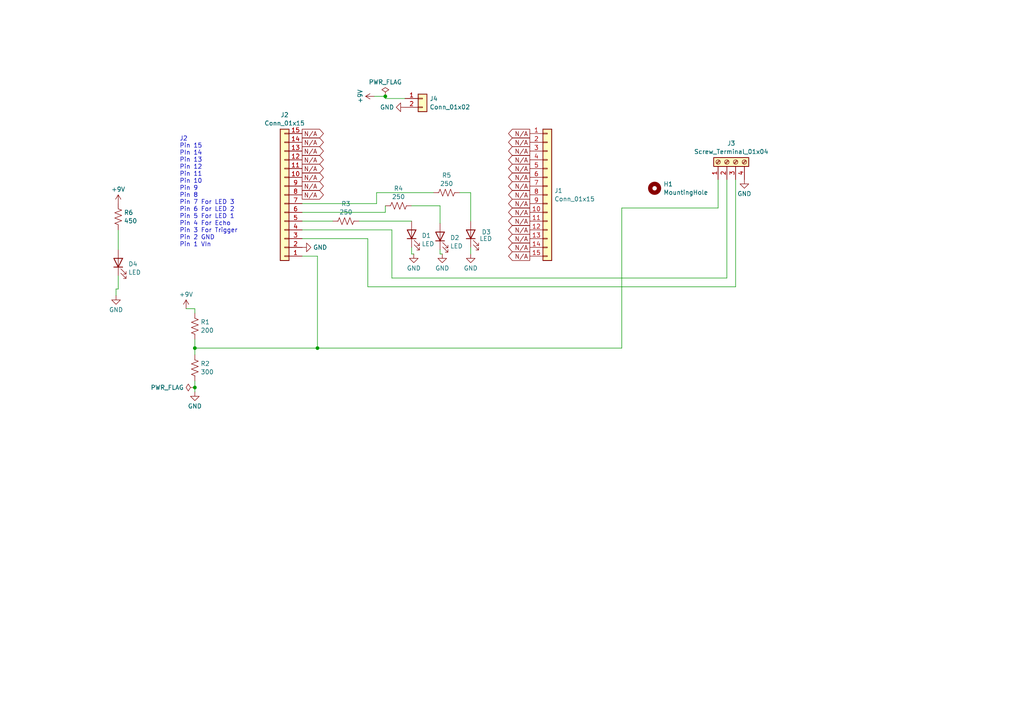
<source format=kicad_sch>
(kicad_sch (version 20230121) (generator eeschema)
  (paper "A4")
  (lib_symbols
    (symbol "Connector:Screw_Terminal_01x04" (pin_names (offset 1.016) hide)
      (property "Reference" "J" (at 0 5.08 0))
      (property "Value" "Screw_Terminal_01x04" (at 0 -7.62 0))
      (symbol "Screw_Terminal_01x04_1_1"
        (rectangle (start -1.27 3.81) (end 1.27 -6.35) (stroke (width 0.254)) (fill (type background)))
        (circle (center 0 -5.08) (radius 0.635) (stroke (width 0.1524)))
        (circle (center 0 -2.54) (radius 0.635) (stroke (width 0.1524)))
        (polyline (pts (xy -0.5334 -4.7498) (xy 0.3302 -5.588)) (stroke (width 0.1524)))
        (polyline (pts (xy -0.5334 -2.2098) (xy 0.3302 -3.048)) (stroke (width 0.1524)))
        (polyline (pts (xy -0.5334 0.3302) (xy 0.3302 -0.508)) (stroke (width 0.1524)))
        (polyline (pts (xy -0.5334 2.8702) (xy 0.3302 2.032)) (stroke (width 0.1524)))
        (polyline (pts (xy -0.3556 -4.572) (xy 0.508 -5.4102)) (stroke (width 0.1524)))
        (polyline (pts (xy -0.3556 -2.032) (xy 0.508 -2.8702)) (stroke (width 0.1524)))
        (polyline (pts (xy -0.3556 0.508) (xy 0.508 -0.3302)) (stroke (width 0.1524)))
        (polyline (pts (xy -0.3556 3.048) (xy 0.508 2.2098)) (stroke (width 0.1524)))
        (circle (center 0 0) (radius 0.635) (stroke (width 0.1524)))
        (circle (center 0 2.54) (radius 0.635) (stroke (width 0.1524)))
        (pin passive line (at -5.08 2.54 0) (length 3.81) (name "Pin_1") (number "1"))
        (pin passive line (at -5.08 0 0) (length 3.81) (name "Pin_2") (number "2"))
        (pin passive line (at -5.08 -2.54 0) (length 3.81) (name "Pin_3") (number "3"))
        (pin passive line (at -5.08 -5.08 0) (length 3.81) (name "Pin_4") (number "4"))
      )
    )
    (symbol "Connector_Generic:Conn_01x02" (pin_names (offset 1.016) hide)
      (property "Reference" "J" (at 0 2.54 0))
      (property "Value" "Conn_01x02" (at 0 -5.08 0))
      (symbol "Conn_01x02_1_1"
        (rectangle (start -1.27 -2.413) (end 0 -2.667) (stroke (width 0.1524)))
        (rectangle (start -1.27 0.127) (end 0 -0.127) (stroke (width 0.1524)))
        (rectangle (start -1.27 1.27) (end 1.27 -3.81) (stroke (width 0.254)) (fill (type background)))
        (pin passive line (at -5.08 0 0) (length 3.81) (name "Pin_1") (number "1"))
        (pin passive line (at -5.08 -2.54 0) (length 3.81) (name "Pin_2") (number "2"))
      )
    )
    (symbol "Connector_Generic:Conn_01x15" (pin_names (offset 1.016) hide)
      (property "Reference" "J" (at 0 20.32 0))
      (property "Value" "Conn_01x15" (at 0 -20.32 0))
      (symbol "Conn_01x15_1_1"
        (rectangle (start -1.27 -17.653) (end 0 -17.907) (stroke (width 0.1524)))
        (rectangle (start -1.27 -15.113) (end 0 -15.367) (stroke (width 0.1524)))
        (rectangle (start -1.27 -12.573) (end 0 -12.827) (stroke (width 0.1524)))
        (rectangle (start -1.27 -10.033) (end 0 -10.287) (stroke (width 0.1524)))
        (rectangle (start -1.27 -7.493) (end 0 -7.747) (stroke (width 0.1524)))
        (rectangle (start -1.27 -4.953) (end 0 -5.207) (stroke (width 0.1524)))
        (rectangle (start -1.27 -2.413) (end 0 -2.667) (stroke (width 0.1524)))
        (rectangle (start -1.27 0.127) (end 0 -0.127) (stroke (width 0.1524)))
        (rectangle (start -1.27 2.667) (end 0 2.413) (stroke (width 0.1524)))
        (rectangle (start -1.27 5.207) (end 0 4.953) (stroke (width 0.1524)))
        (rectangle (start -1.27 7.747) (end 0 7.493) (stroke (width 0.1524)))
        (rectangle (start -1.27 10.287) (end 0 10.033) (stroke (width 0.1524)))
        (rectangle (start -1.27 12.827) (end 0 12.573) (stroke (width 0.1524)))
        (rectangle (start -1.27 15.367) (end 0 15.113) (stroke (width 0.1524)))
        (rectangle (start -1.27 17.907) (end 0 17.653) (stroke (width 0.1524)))
        (rectangle (start -1.27 19.05) (end 1.27 -19.05) (stroke (width 0.254)) (fill (type background)))
        (pin passive line (at -5.08 17.78 0) (length 3.81) (name "Pin_1") (number "1"))
        (pin passive line (at -5.08 -5.08 0) (length 3.81) (name "Pin_10") (number "10"))
        (pin passive line (at -5.08 -7.62 0) (length 3.81) (name "Pin_11") (number "11"))
        (pin passive line (at -5.08 -10.16 0) (length 3.81) (name "Pin_12") (number "12"))
        (pin passive line (at -5.08 -12.7 0) (length 3.81) (name "Pin_13") (number "13"))
        (pin passive line (at -5.08 -15.24 0) (length 3.81) (name "Pin_14") (number "14"))
        (pin passive line (at -5.08 -17.78 0) (length 3.81) (name "Pin_15") (number "15"))
        (pin passive line (at -5.08 15.24 0) (length 3.81) (name "Pin_2") (number "2"))
        (pin passive line (at -5.08 12.7 0) (length 3.81) (name "Pin_3") (number "3"))
        (pin passive line (at -5.08 10.16 0) (length 3.81) (name "Pin_4") (number "4"))
        (pin passive line (at -5.08 7.62 0) (length 3.81) (name "Pin_5") (number "5"))
        (pin passive line (at -5.08 5.08 0) (length 3.81) (name "Pin_6") (number "6"))
        (pin passive line (at -5.08 2.54 0) (length 3.81) (name "Pin_7") (number "7"))
        (pin passive line (at -5.08 0 0) (length 3.81) (name "Pin_8") (number "8"))
        (pin passive line (at -5.08 -2.54 0) (length 3.81) (name "Pin_9") (number "9"))
      )
    )
    (symbol "Device:LED" (pin_numbers hide) (pin_names (offset 1.016) hide)
      (property "Reference" "D" (at 0 2.54 0))
      (property "Value" "LED" (at 0 -2.54 0))
      (symbol "LED_0_1"
        (polyline (pts (xy -1.27 -1.27) (xy -1.27 1.27)) (stroke (width 0.254)))
        (polyline (pts (xy -1.27 0) (xy 1.27 0)))
        (polyline (pts (xy 1.27 -1.27) (xy 1.27 1.27) (xy -1.27 0) (xy 1.27 -1.27)) (stroke (width 0.254)))
        (polyline (pts (xy -3.048 -0.762) (xy -4.572 -2.286) (xy -3.81 -2.286) (xy -4.572 -2.286) (xy -4.572 -1.524)))
        (polyline (pts (xy -1.778 -0.762) (xy -3.302 -2.286) (xy -2.54 -2.286) (xy -3.302 -2.286) (xy -3.302 -1.524)))
      )
      (symbol "LED_1_1"
        (pin passive line (at -3.81 0 0) (length 2.54) (name "K") (number "1"))
        (pin passive line (at 3.81 0 180) (length 2.54) (name "A") (number "2"))
      )
    )
    (symbol "Device:R_US" (pin_numbers hide) (pin_names (offset 0))
      (property "Reference" "R" (at 2.54 0 90))
      (property "Value" "R_US" (at -2.54 0 90))
      (symbol "R_US_0_1"
        (polyline (pts (xy 0 -2.286) (xy 0 -2.54)))
        (polyline (pts (xy 0 2.286) (xy 0 2.54)))
        (polyline (pts (xy 0 -0.762) (xy 1.016 -1.143) (xy 0 -1.524) (xy -1.016 -1.905) (xy 0 -2.286)))
        (polyline (pts (xy 0 0.762) (xy 1.016 0.381) (xy 0 0) (xy -1.016 -0.381) (xy 0 -0.762)))
        (polyline (pts (xy 0 2.286) (xy 1.016 1.905) (xy 0 1.524) (xy -1.016 1.143) (xy 0 0.762)))
      )
      (symbol "R_US_1_1"
        (pin passive line (at 0 3.81 270) (length 1.27) (name "~") (number "1"))
        (pin passive line (at 0 -3.81 90) (length 1.27) (name "~") (number "2"))
      )
    )
    (symbol "Mechanical:MountingHole" (pin_names (offset 1.016))
      (property "Reference" "H" (at 0 5.08 0))
      (property "Value" "MountingHole" (at 0 3.175 0))
      (symbol "MountingHole_0_1"
        (circle (center 0 0) (radius 1.27) (stroke (width 1.27)))
      )
    )
    (symbol "power:+9V" (power) (pin_names (offset 0))
      (property "Value" "+9V" (at 0 3.556 0))
      (symbol "+9V_0_1"
        (polyline (pts (xy -0.762 1.27) (xy 0 2.54)))
        (polyline (pts (xy 0 0) (xy 0 2.54)))
        (polyline (pts (xy 0 2.54) (xy 0.762 1.27)))
      )
      (symbol "+9V_1_1"
        (pin power_in line (at 0 0 90) (length 0) hide (name "+9V") (number "1"))
      )
    )
    (symbol "power:GND" (power) (pin_names (offset 0))
      (property "Value" "GND" (at 0 -3.81 0))
      (symbol "GND_0_1"
        (polyline (pts (xy 0 0) (xy 0 -1.27) (xy 1.27 -1.27) (xy 0 -2.54) (xy -1.27 -1.27) (xy 0 -1.27)))
      )
      (symbol "GND_1_1"
        (pin power_in line (at 0 0 270) (length 0) hide (name "GND") (number "1"))
      )
    )
    (symbol "power:PWR_FLAG" (power) (pin_numbers hide) (pin_names (offset 0) hide)
      (property "Value" "PWR_FLAG" (at 0 3.81 0))
      (symbol "PWR_FLAG_0_0"
        (pin power_out line (at 0 0 90) (length 0) (name "pwr") (number "1"))
      )
      (symbol "PWR_FLAG_0_1"
        (polyline (pts (xy 0 0) (xy 0 1.27) (xy -1.016 1.905) (xy 0 2.54) (xy 1.016 1.905) (xy 0 1.27)))
      )
    )
  )
  (junction (at 56.515 100.965))
  (junction (at 92.075 100.965))
  (junction (at 56.515 112.395))
  (junction (at 111.76 27.94))
  (wire (pts (xy 113.665 66.675) (xy 113.665 80.645)))
  (wire (pts (xy 56.515 98.425) (xy 56.515 100.965)))
  (wire (pts (xy 210.82 80.645) (xy 113.665 80.645)))
  (wire (pts (xy 127.635 72.39) (xy 127.635 73.66)))
  (wire (pts (xy 180.34 100.965) (xy 92.075 100.965)))
  (wire (pts (xy 111.76 61.595) (xy 111.76 59.69)))
  (wire (pts (xy 34.29 83.82) (xy 34.29 80.01)))
  (wire (pts (xy 208.28 52.07) (xy 208.28 60.325)))
  (wire (pts (xy 119.38 71.755) (xy 119.38 73.66)))
  (wire (pts (xy 111.76 28.575) (xy 111.76 27.94)))
  (wire (pts (xy 180.34 60.325) (xy 180.34 100.965)))
  (wire (pts (xy 213.36 52.07) (xy 213.36 83.185)))
  (wire (pts (xy 106.68 69.215) (xy 87.63 69.215)))
  (wire (pts (xy 92.075 100.965) (xy 56.515 100.965)))
  (wire (pts (xy 106.68 83.185) (xy 106.68 69.215)))
  (wire (pts (xy 117.475 28.575) (xy 111.76 28.575)))
  (wire (pts (xy 56.515 90.805) (xy 56.515 89.535)))
  (wire (pts (xy 87.63 66.675) (xy 113.665 66.675)))
  (wire (pts (xy 127.635 73.66) (xy 128.27 73.66)))
  (wire (pts (xy 104.14 64.135) (xy 119.38 64.135)))
  (wire (pts (xy 56.515 110.49) (xy 56.515 112.395)))
  (wire (pts (xy 87.63 59.055) (xy 109.22 59.055)))
  (wire (pts (xy 210.82 52.07) (xy 210.82 80.645)))
  (wire (pts (xy 111.76 27.94) (xy 108.585 27.94)))
  (wire (pts (xy 109.22 55.88) (xy 125.73 55.88)))
  (wire (pts (xy 33.655 83.82) (xy 34.29 83.82)))
  (wire (pts (xy 136.525 71.755) (xy 136.525 73.66)))
  (wire (pts (xy 119.38 59.69) (xy 127.635 59.69)))
  (wire (pts (xy 92.075 74.295) (xy 92.075 100.965)))
  (wire (pts (xy 119.38 73.66) (xy 120.015 73.66)))
  (wire (pts (xy 33.655 85.725) (xy 33.655 83.82)))
  (wire (pts (xy 87.63 74.295) (xy 92.075 74.295)))
  (wire (pts (xy 109.22 59.055) (xy 109.22 55.88)))
  (wire (pts (xy 208.28 60.325) (xy 180.34 60.325)))
  (wire (pts (xy 34.29 66.675) (xy 34.29 72.39)))
  (wire (pts (xy 213.36 83.185) (xy 106.68 83.185)))
  (wire (pts (xy 87.63 61.595) (xy 111.76 61.595)))
  (wire (pts (xy 53.975 89.535) (xy 56.515 89.535)))
  (wire (pts (xy 56.515 112.395) (xy 56.515 113.665)))
  (wire (pts (xy 87.63 64.135) (xy 96.52 64.135)))
  (wire (pts (xy 127.635 59.69) (xy 127.635 64.77)))
  (wire (pts (xy 133.35 55.88) (xy 136.525 55.88)))
  (wire (pts (xy 136.525 55.88) (xy 136.525 64.135)))
  (wire (pts (xy 56.515 100.965) (xy 56.515 102.87)))
  (text "J2\nPin 15\nPIn 14\nPin 13\nPin 12\nPin 11\nPin 10\nPin 9\nPin 8\nPin 7 For LED 3\nPin 6 For LED 2\nPin 5 For LED 1\nPin 4 For Echo\nPin 3 For Trigger\nPin 2 GND\nPin 1 VIn" (at 52.07 71.755 0) (effects (font (size 1.27 1.27)) (justify left bottom)))
  (global_label "N{slash}A" (shape output) (at 153.67 53.975 180) (property "Intersheetrefs" "${INTERSHEET_REFS}" (effects hide)))
  (global_label "N{slash}A" (shape output) (at 153.67 71.755 180) (property "Intersheetrefs" "${INTERSHEET_REFS}" (effects hide)))
  (global_label "N{slash}A" (shape output) (at 153.67 59.055 180) (property "Intersheetrefs" "${INTERSHEET_REFS}" (effects hide)))
  (global_label "N{slash}A" (shape output) (at 87.63 51.435 0) (property "Intersheetrefs" "${INTERSHEET_REFS}" (effects hide)))
  (global_label "N{slash}A" (shape output) (at 153.67 43.815 180) (property "Intersheetrefs" "${INTERSHEET_REFS}" (effects hide)))
  (global_label "N{slash}A" (shape output) (at 153.67 66.675 180) (property "Intersheetrefs" "${INTERSHEET_REFS}" (effects hide)))
  (global_label "N{slash}A" (shape output) (at 153.67 48.895 180) (property "Intersheetrefs" "${INTERSHEET_REFS}" (effects hide)))
  (global_label "N{slash}A" (shape output) (at 87.63 53.975 0) (property "Intersheetrefs" "${INTERSHEET_REFS}" (effects hide)))
  (global_label "N{slash}A" (shape output) (at 153.67 41.275 180) (property "Intersheetrefs" "${INTERSHEET_REFS}" (effects hide)))
  (global_label "N{slash}A" (shape output) (at 87.63 48.895 0) (property "Intersheetrefs" "${INTERSHEET_REFS}" (effects hide)))
  (global_label "N{slash}A" (shape output) (at 87.63 56.515 0) (property "Intersheetrefs" "${INTERSHEET_REFS}" (effects hide)))
  (global_label "N{slash}A" (shape output) (at 153.67 74.295 180) (property "Intersheetrefs" "${INTERSHEET_REFS}" (effects hide)))
  (global_label "N{slash}A" (shape output) (at 153.67 51.435 180) (property "Intersheetrefs" "${INTERSHEET_REFS}" (effects hide)))
  (global_label "N{slash}A" (shape output) (at 153.67 69.215 180) (property "Intersheetrefs" "${INTERSHEET_REFS}" (effects hide)))
  (global_label "N{slash}A" (shape output) (at 87.63 46.355 0) (property "Intersheetrefs" "${INTERSHEET_REFS}" (effects hide)))
  (global_label "N{slash}A" (shape output) (at 87.63 43.815 0) (property "Intersheetrefs" "${INTERSHEET_REFS}" (effects hide)))
  (global_label "N{slash}A" (shape output) (at 87.63 41.275 0) (property "Intersheetrefs" "${INTERSHEET_REFS}" (effects hide)))
  (global_label "N{slash}A" (shape output) (at 153.67 61.595 180) (property "Intersheetrefs" "${INTERSHEET_REFS}" (effects hide)))
  (global_label "N{slash}A" (shape output) (at 153.67 56.515 180) (property "Intersheetrefs" "${INTERSHEET_REFS}" (effects hide)))
  (global_label "N{slash}A" (shape output) (at 87.63 38.735 0) (property "Intersheetrefs" "${INTERSHEET_REFS}" (effects hide)))
  (global_label "N{slash}A" (shape output) (at 153.67 38.735 180) (property "Intersheetrefs" "${INTERSHEET_REFS}" (effects hide)))
  (global_label "N{slash}A" (shape output) (at 153.67 64.135 180) (property "Intersheetrefs" "${INTERSHEET_REFS}" (effects hide)))
  (global_label "N{slash}A" (shape output) (at 153.67 46.355 180) (property "Intersheetrefs" "${INTERSHEET_REFS}" (effects hide)))
  (symbol (lib_id "Device:LED") (at 34.29 76.2 90) (unit 1)
    (property "Reference" "D4" (at 37.211 76.5754 90) (effects (justify right)))
    (property "Value" "LED" (at 37.211 78.9996 90) (effects (justify right)))
    (property "Footprint" "LED_SMD:LED_1210_3225Metric_Pad1.42x2.65mm_HandSolder" (effects hide))
  )
  (symbol (lib_id "Device:R_US") (at 56.515 106.68 0) (unit 1)
    (property "Reference" "R2" (at 58.166 105.4679 0) (effects (justify left)))
    (property "Value" "300" (at 58.166 107.8921 0) (effects (justify left)))
    (property "Footprint" "Resistor_THT:R_Axial_DIN0207_L6.3mm_D2.5mm_P7.62mm_Horizontal" (effects hide))
  )
  (symbol (lib_id "Connector_Generic:Conn_01x15") (at 158.75 56.515 0) (unit 1)
    (property "Reference" "J1" (at 160.782 55.3029 0) (effects (justify left)))
    (property "Value" "Conn_01x15" (at 160.782 57.7271 0) (effects (justify left)))
    (property "Footprint" "Connector_PinSocket_2.54mm:PinSocket_1x15_P2.54mm_Vertical" (effects hide))
  )
  (symbol (lib_id "power:GND") (at 120.015 73.66 0) (unit 1)
    (property "Reference" "#PWR011" (effects hide))
    (property "Value" "GND" (at 120.015 77.7931 0))
  )
  (symbol (lib_id "power:GND") (at 87.63 71.755 90) (unit 1)
    (property "Reference" "#PWR03" (effects hide))
    (property "Value" "GND" (at 90.805 71.755 90) (effects (justify right)))
  )
  (symbol (lib_id "power:PWR_FLAG") (at 56.515 112.395 90) (unit 1)
    (property "Reference" "#FLG02" (effects hide))
    (property "Value" "PWR_FLAG" (at 53.3401 112.395 90) (effects (justify left)))
  )
  (symbol (lib_id "Connector:Screw_Terminal_01x04") (at 210.82 46.99 90) (unit 1)
    (property "Reference" "J3" (at 212.09 41.5757 90))
    (property "Value" "Screw_Terminal_01x04" (at 212.09 43.9999 90))
    (property "Footprint" "Connector_PinSocket_2.54mm:PinSocket_1x04_P2.54mm_Vertical" (effects hide))
  )
  (symbol (lib_id "power:PWR_FLAG") (at 111.76 27.94 0) (unit 1)
    (property "Reference" "#FLG01" (effects hide))
    (property "Value" "PWR_FLAG" (at 111.76 23.8069 0))
  )
  (symbol (lib_id "power:+9V") (at 34.29 59.055 0) (unit 1)
    (property "Reference" "#PWR02" (effects hide))
    (property "Value" "+9V" (at 34.29 54.9219 0))
  )
  (symbol (lib_id "power:+9V") (at 53.975 89.535 0) (unit 1)
    (property "Reference" "#PWR07" (effects hide))
    (property "Value" "+9V" (at 53.975 85.4019 0))
  )
  (symbol (lib_id "Device:LED") (at 136.525 67.945 90) (unit 1)
    (property "Reference" "D3" (at 139.7 67.31 90) (effects (justify right)))
    (property "Value" "LED" (at 139.065 69.215 90) (effects (justify right)))
    (property "Footprint" "LED_SMD:LED_1210_3225Metric_Pad1.42x2.65mm_HandSolder" (effects hide))
  )
  (symbol (lib_id "Connector_Generic:Conn_01x15") (at 82.55 56.515 180) (unit 1)
    (property "Reference" "J2" (at 82.55 33.3207 0))
    (property "Value" "Conn_01x15" (at 82.55 35.7449 0))
    (property "Footprint" "Connector_PinSocket_2.54mm:PinSocket_1x15_P2.54mm_Vertical" (effects hide))
  )
  (symbol (lib_id "power:GND") (at 136.525 73.66 0) (unit 1)
    (property "Reference" "#PWR013" (effects hide))
    (property "Value" "GND" (at 136.525 77.7931 0))
  )
  (symbol (lib_id "Device:LED") (at 127.635 68.58 90) (unit 1)
    (property "Reference" "D2" (at 130.556 68.9554 90) (effects (justify right)))
    (property "Value" "LED" (at 130.556 71.3796 90) (effects (justify right)))
    (property "Footprint" "LED_SMD:LED_1210_3225Metric_Pad1.42x2.65mm_HandSolder" (effects hide))
  )
  (symbol (lib_id "Device:LED") (at 119.38 67.945 90) (unit 1)
    (property "Reference" "D1" (at 122.301 68.3204 90) (effects (justify right)))
    (property "Value" "LED" (at 122.301 70.7446 90) (effects (justify right)))
    (property "Footprint" "LED_SMD:LED_1210_3225Metric_Pad1.42x2.65mm_HandSolder" (effects hide))
  )
  (symbol (lib_id "Device:R_US") (at 115.57 59.69 270) (unit 1)
    (property "Reference" "R4" (at 115.57 54.6567 90))
    (property "Value" "250" (at 115.57 57.0809 90))
    (property "Footprint" "Resistor_THT:R_Axial_DIN0207_L6.3mm_D2.5mm_P7.62mm_Horizontal" (effects hide))
  )
  (symbol (lib_id "power:GND") (at 215.9 52.07 0) (unit 1)
    (property "Reference" "#PWR01" (effects hide))
    (property "Value" "GND" (at 215.9 56.2031 0))
  )
  (symbol (lib_id "power:GND") (at 33.655 85.725 0) (unit 1)
    (property "Reference" "#PWR010" (effects hide))
    (property "Value" "GND" (at 33.655 89.8581 0))
  )
  (symbol (lib_id "Device:R_US") (at 34.29 62.865 0) (unit 1)
    (property "Reference" "R6" (at 35.941 61.6529 0) (effects (justify left)))
    (property "Value" "450" (at 35.941 64.0771 0) (effects (justify left)))
    (property "Footprint" "Resistor_THT:R_Axial_DIN0207_L6.3mm_D2.5mm_P7.62mm_Horizontal" (effects hide))
  )
  (symbol (lib_id "power:GND") (at 56.515 113.665 0) (unit 1)
    (property "Reference" "#PWR08" (effects hide))
    (property "Value" "GND" (at 56.515 117.7981 0))
  )
  (symbol (lib_id "power:+9V") (at 108.585 27.94 90) (unit 1)
    (property "Reference" "#PWR04" (effects hide))
    (property "Value" "+9V" (at 104.4519 27.94 0))
  )
  (symbol (lib_id "Mechanical:MountingHole") (at 189.865 54.61 0) (unit 1)
    (property "Reference" "H1" (at 192.405 53.3979 0) (effects (justify left)))
    (property "Value" "MountingHole" (at 192.405 55.8221 0) (effects (justify left)))
    (property "Footprint" "MountingHole:MountingHole_2.7mm_Pad" (effects hide))
  )
  (symbol (lib_id "Connector_Generic:Conn_01x02") (at 122.555 28.575 0) (unit 1)
    (property "Reference" "J4" (at 124.587 28.6329 0) (effects (justify left)))
    (property "Value" "Conn_01x02" (at 124.587 31.0571 0) (effects (justify left)))
    (property "Footprint" "Connector_PinHeader_2.54mm:PinHeader_1x02_P2.54mm_Vertical" (effects hide))
  )
  (symbol (lib_id "Device:R_US") (at 129.54 55.88 90) (unit 1)
    (property "Reference" "R5" (at 129.54 50.8467 90))
    (property "Value" "250" (at 129.54 53.2709 90))
    (property "Footprint" "Resistor_THT:R_Axial_DIN0207_L6.3mm_D2.5mm_P7.62mm_Horizontal" (effects hide))
  )
  (symbol (lib_id "power:GND") (at 128.27 73.66 0) (unit 1)
    (property "Reference" "#PWR012" (effects hide))
    (property "Value" "GND" (at 128.27 77.7931 0))
  )
  (symbol (lib_id "power:GND") (at 117.475 31.115 270) (unit 1)
    (property "Reference" "#PWR09" (effects hide))
    (property "Value" "GND" (at 114.3001 31.115 90) (effects (justify right)))
  )
  (symbol (lib_id "Device:R_US") (at 100.33 64.135 90) (unit 1)
    (property "Reference" "R3" (at 100.33 59.1017 90))
    (property "Value" "250" (at 100.33 61.5259 90))
    (property "Footprint" "Resistor_THT:R_Axial_DIN0207_L6.3mm_D2.5mm_P7.62mm_Horizontal" (effects hide))
  )
  (symbol (lib_id "Device:R_US") (at 56.515 94.615 0) (unit 1)
    (property "Reference" "R1" (at 58.166 93.4029 0) (effects (justify left)))
    (property "Value" "200" (at 58.166 95.8271 0) (effects (justify left)))
    (property "Footprint" "Resistor_THT:R_Axial_DIN0207_L6.3mm_D2.5mm_P7.62mm_Horizontal" (effects hide))
  )
)
</source>
